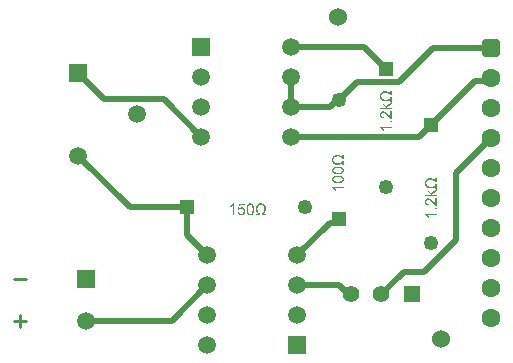
<source format=gbr>
%TF.GenerationSoftware,Altium Limited,Altium Designer,24.10.1 (45)*%
G04 Layer_Physical_Order=1*
G04 Layer_Color=255*
%FSLAX45Y45*%
%MOMM*%
%TF.SameCoordinates,ACBC47F4-F80E-47A8-B574-4F082A8C8B29*%
%TF.FilePolarity,Positive*%
%TF.FileFunction,Copper,L1,Top,Signal*%
%TF.Part,Single*%
G01*
G75*
%TA.AperFunction,Conductor*%
%ADD10C,0.50800*%
%TA.AperFunction,NonConductor*%
%ADD11C,0.25400*%
%TA.AperFunction,ViaPad*%
%ADD12C,1.52400*%
%TA.AperFunction,ComponentPad*%
%ADD13R,1.25000X1.25000*%
%ADD14C,1.25000*%
%ADD15R,1.25000X1.25000*%
%ADD16R,1.50800X1.50800*%
%ADD17C,1.50800*%
%ADD18R,1.40000X1.40000*%
%ADD19C,1.40000*%
%ADD20C,1.50000*%
%ADD21R,1.50000X1.50000*%
%ADD22C,1.60000*%
G04:AMPARAMS|DCode=23|XSize=1.6mm|YSize=1.6mm|CornerRadius=0.4mm|HoleSize=0mm|Usage=FLASHONLY|Rotation=270.000|XOffset=0mm|YOffset=0mm|HoleType=Round|Shape=RoundedRectangle|*
%AMROUNDEDRECTD23*
21,1,1.60000,0.80000,0,0,270.0*
21,1,0.80000,1.60000,0,0,270.0*
1,1,0.80000,-0.40000,-0.40000*
1,1,0.80000,-0.40000,0.40000*
1,1,0.80000,0.40000,0.40000*
1,1,0.80000,0.40000,-0.40000*
%
%ADD23ROUNDEDRECTD23*%
G36*
X3606800Y1595849D02*
X3596102D01*
X3595953Y1596146D01*
X3595507Y1596889D01*
X3594913Y1598078D01*
X3593873Y1599564D01*
X3592684Y1601347D01*
X3591049Y1603278D01*
X3589266Y1605359D01*
X3587038Y1607588D01*
X3584363Y1609816D01*
X3581540Y1611897D01*
X3578271Y1613828D01*
X3574556Y1615611D01*
X3570544Y1617097D01*
X3566235Y1618286D01*
X3561331Y1619029D01*
X3556131Y1619326D01*
X3555982D01*
X3555388D01*
X3554496D01*
X3553456Y1619178D01*
X3551970Y1619029D01*
X3550336Y1618880D01*
X3548553Y1618583D01*
X3546621Y1618286D01*
X3542312Y1617246D01*
X3540083Y1616652D01*
X3537854Y1615760D01*
X3535625Y1614720D01*
X3533397Y1613680D01*
X3531316Y1612342D01*
X3529236Y1610857D01*
X3529087Y1610708D01*
X3528790Y1610411D01*
X3528196Y1609965D01*
X3527602Y1609371D01*
X3526710Y1608479D01*
X3525818Y1607588D01*
X3524927Y1606399D01*
X3523887Y1605062D01*
X3522847Y1603576D01*
X3521955Y1601941D01*
X3520172Y1598226D01*
X3519578Y1596146D01*
X3518983Y1593917D01*
X3518686Y1591688D01*
X3518538Y1589162D01*
Y1587825D01*
X3518686Y1586934D01*
X3518835Y1585745D01*
X3519132Y1584408D01*
X3519429Y1582922D01*
X3519875Y1581287D01*
X3520469Y1579504D01*
X3521212Y1577721D01*
X3521955Y1575938D01*
X3522995Y1574155D01*
X3524333Y1572223D01*
X3525670Y1570440D01*
X3527304Y1568806D01*
X3529236Y1567171D01*
X3529385Y1567023D01*
X3529682Y1566874D01*
X3530276Y1566428D01*
X3531168Y1565834D01*
X3532208Y1565239D01*
X3533397Y1564645D01*
X3534882Y1563902D01*
X3536517Y1563159D01*
X3538300Y1562268D01*
X3540380Y1561525D01*
X3542461Y1560930D01*
X3544838Y1560336D01*
X3549890Y1559296D01*
X3552565Y1559147D01*
X3555388Y1558999D01*
X3555536D01*
X3555685D01*
X3556131D01*
X3556725D01*
X3558211Y1559147D01*
X3560143Y1559444D01*
X3562520Y1559742D01*
X3565343Y1560187D01*
X3568315Y1560930D01*
X3571436Y1561970D01*
X3574853Y1563159D01*
X3578271Y1564794D01*
X3581688Y1566577D01*
X3584957Y1568954D01*
X3588078Y1571629D01*
X3591049Y1574749D01*
X3593724Y1578315D01*
X3596102Y1582476D01*
X3606800D01*
Y1544585D01*
X3595359D01*
Y1565834D01*
X3595210Y1565685D01*
X3594616Y1564942D01*
X3593575Y1563902D01*
X3592387Y1562713D01*
X3590752Y1561079D01*
X3588821Y1559444D01*
X3586443Y1557661D01*
X3583917Y1555730D01*
X3581094Y1553798D01*
X3577825Y1552015D01*
X3574556Y1550380D01*
X3570841Y1548746D01*
X3566978Y1547557D01*
X3562817Y1546517D01*
X3558508Y1545923D01*
X3554051Y1545626D01*
X3553902D01*
X3553456D01*
X3552713D01*
X3551822Y1545774D01*
X3550633D01*
X3549296Y1545923D01*
X3547810Y1546071D01*
X3546175Y1546220D01*
X3542461Y1546963D01*
X3538449Y1547854D01*
X3534437Y1549043D01*
X3530425Y1550826D01*
X3530276D01*
X3529979Y1551123D01*
X3529385Y1551421D01*
X3528642Y1551866D01*
X3527750Y1552312D01*
X3526710Y1553055D01*
X3524333Y1554690D01*
X3521658Y1556918D01*
X3518983Y1559444D01*
X3516309Y1562416D01*
X3513783Y1565834D01*
X3513634Y1565982D01*
X3513485Y1566280D01*
X3513188Y1566874D01*
X3512743Y1567617D01*
X3512297Y1568508D01*
X3511851Y1569697D01*
X3511257Y1571034D01*
X3510662Y1572520D01*
X3510068Y1574155D01*
X3509474Y1575938D01*
X3508582Y1579950D01*
X3507839Y1584408D01*
X3507542Y1589311D01*
Y1590648D01*
X3507690Y1591540D01*
Y1592729D01*
X3507839Y1594066D01*
X3507988Y1595552D01*
X3508285Y1597186D01*
X3508879Y1600752D01*
X3509919Y1604616D01*
X3511257Y1608331D01*
X3513188Y1611897D01*
Y1612045D01*
X3513485Y1612342D01*
X3513783Y1612788D01*
X3514228Y1613383D01*
X3515566Y1615017D01*
X3517349Y1617097D01*
X3519578Y1619475D01*
X3522401Y1622001D01*
X3525670Y1624527D01*
X3529385Y1626756D01*
X3529533D01*
X3529830Y1627053D01*
X3530425Y1627350D01*
X3531168Y1627647D01*
X3532208Y1628093D01*
X3533397Y1628687D01*
X3534734Y1629133D01*
X3536368Y1629727D01*
X3538151Y1630322D01*
X3539935Y1630768D01*
X3544244Y1631808D01*
X3548850Y1632402D01*
X3554051Y1632699D01*
X3554348D01*
X3555091D01*
X3556428Y1632551D01*
X3558211Y1632402D01*
X3560291Y1632105D01*
X3562669Y1631659D01*
X3565492Y1631065D01*
X3568464Y1630173D01*
X3571584Y1629133D01*
X3574853Y1627796D01*
X3578271Y1626161D01*
X3581837Y1624230D01*
X3585254Y1621852D01*
X3588821Y1619178D01*
X3592090Y1616057D01*
X3595359Y1612491D01*
Y1633739D01*
X3606800D01*
Y1595849D01*
D02*
G37*
G36*
Y1522743D02*
X3570693Y1499265D01*
X3578716Y1490944D01*
X3606800D01*
Y1478909D01*
X3509176D01*
Y1490944D01*
X3564749D01*
X3536071Y1519325D01*
Y1534927D01*
X3562372Y1507884D01*
X3606800Y1537602D01*
Y1522743D01*
D02*
G37*
G36*
Y1398224D02*
X3606651D01*
X3606057D01*
X3605166D01*
X3604125Y1398373D01*
X3602937Y1398521D01*
X3601599Y1398670D01*
X3600113Y1399116D01*
X3598628Y1399562D01*
X3598479D01*
X3598330Y1399710D01*
X3597439Y1400007D01*
X3596250Y1400602D01*
X3594467Y1401493D01*
X3592535Y1402533D01*
X3590307Y1404019D01*
X3588078Y1405505D01*
X3585700Y1407437D01*
X3585552D01*
X3585403Y1407734D01*
X3584511Y1408477D01*
X3583174Y1409666D01*
X3581391Y1411449D01*
X3579311Y1413678D01*
X3576785Y1416352D01*
X3573962Y1419621D01*
X3570841Y1423187D01*
X3570693Y1423336D01*
X3570247Y1423930D01*
X3569653Y1424673D01*
X3568612Y1425713D01*
X3567572Y1427051D01*
X3566235Y1428537D01*
X3563412Y1431806D01*
X3559994Y1435372D01*
X3556577Y1438938D01*
X3554942Y1440721D01*
X3553308Y1442207D01*
X3551673Y1443544D01*
X3550187Y1444733D01*
X3550039D01*
X3549890Y1445030D01*
X3549444Y1445327D01*
X3548850Y1445624D01*
X3547364Y1446516D01*
X3545432Y1447556D01*
X3543203Y1448596D01*
X3540826Y1449488D01*
X3538151Y1450082D01*
X3535625Y1450379D01*
X3535477D01*
X3535328D01*
X3534437Y1450231D01*
X3533099Y1450082D01*
X3531465Y1449785D01*
X3529533Y1449042D01*
X3527602Y1448151D01*
X3525521Y1446962D01*
X3523590Y1445179D01*
X3523441Y1444882D01*
X3522847Y1444287D01*
X3522104Y1443098D01*
X3521064Y1441613D01*
X3520172Y1439681D01*
X3519429Y1437452D01*
X3518835Y1434777D01*
X3518686Y1431806D01*
Y1430914D01*
X3518835Y1430320D01*
X3518983Y1428834D01*
X3519280Y1426902D01*
X3520023Y1424673D01*
X3520915Y1422296D01*
X3522252Y1420067D01*
X3524035Y1417987D01*
X3524333Y1417838D01*
X3524927Y1417244D01*
X3526116Y1416352D01*
X3527750Y1415461D01*
X3529830Y1414421D01*
X3532208Y1413678D01*
X3535031Y1413083D01*
X3538300Y1412786D01*
X3536963Y1400453D01*
X3536814D01*
X3536368D01*
X3535625Y1400602D01*
X3534734Y1400750D01*
X3533545Y1401047D01*
X3532208Y1401196D01*
X3529236Y1402088D01*
X3525818Y1403276D01*
X3522401Y1404911D01*
X3518983Y1407140D01*
X3517497Y1408328D01*
X3516012Y1409814D01*
X3515863Y1409963D01*
X3515714Y1410260D01*
X3515269Y1410706D01*
X3514823Y1411300D01*
X3514377Y1412192D01*
X3513634Y1413232D01*
X3513040Y1414421D01*
X3512297Y1415758D01*
X3511702Y1417244D01*
X3510959Y1418878D01*
X3510365Y1420810D01*
X3509919Y1422742D01*
X3509028Y1427199D01*
X3508879Y1429577D01*
X3508731Y1432103D01*
Y1433440D01*
X3508879Y1434480D01*
X3509028Y1435669D01*
X3509176Y1437006D01*
X3509325Y1438492D01*
X3509771Y1440127D01*
X3510662Y1443693D01*
X3512000Y1447408D01*
X3512891Y1449339D01*
X3513931Y1451122D01*
X3515269Y1452757D01*
X3516606Y1454391D01*
X3516754Y1454540D01*
X3516903Y1454688D01*
X3517349Y1455134D01*
X3517943Y1455729D01*
X3518835Y1456323D01*
X3519726Y1457066D01*
X3521955Y1458552D01*
X3524778Y1460038D01*
X3528047Y1461375D01*
X3531762Y1462415D01*
X3533842Y1462564D01*
X3535923Y1462712D01*
X3536220D01*
X3536963D01*
X3538151Y1462564D01*
X3539637Y1462415D01*
X3541420Y1462118D01*
X3543352Y1461672D01*
X3545432Y1461078D01*
X3547513Y1460186D01*
X3547810Y1460038D01*
X3548553Y1459741D01*
X3549593Y1459146D01*
X3551079Y1458255D01*
X3552862Y1457215D01*
X3554942Y1455877D01*
X3557022Y1454094D01*
X3559400Y1452162D01*
X3559697Y1451865D01*
X3560589Y1451122D01*
X3561926Y1449785D01*
X3562817Y1448893D01*
X3563857Y1447853D01*
X3565046Y1446665D01*
X3566384Y1445179D01*
X3567721Y1443693D01*
X3569355Y1442058D01*
X3570990Y1440275D01*
X3572773Y1438195D01*
X3574556Y1436115D01*
X3576636Y1433737D01*
X3576785Y1433589D01*
X3577082Y1433292D01*
X3577528Y1432697D01*
X3578122Y1431954D01*
X3579608Y1430171D01*
X3581540Y1427942D01*
X3583620Y1425713D01*
X3585700Y1423336D01*
X3587483Y1421404D01*
X3588226Y1420661D01*
X3588969Y1419918D01*
X3589118Y1419770D01*
X3589564Y1419473D01*
X3590158Y1418878D01*
X3591049Y1418135D01*
X3592981Y1416501D01*
X3595359Y1414866D01*
Y1462861D01*
X3606800D01*
Y1398224D01*
D02*
G37*
G36*
Y1368655D02*
X3593130D01*
Y1382325D01*
X3606800D01*
Y1368655D01*
D02*
G37*
G36*
Y1319323D02*
X3530425D01*
X3530573Y1319174D01*
X3531168Y1318580D01*
X3531911Y1317540D01*
X3532951Y1316203D01*
X3534288Y1314568D01*
X3535625Y1312636D01*
X3537260Y1310408D01*
X3538746Y1307882D01*
Y1307733D01*
X3538894Y1307584D01*
X3539489Y1306693D01*
X3540232Y1305356D01*
X3541123Y1303721D01*
X3542163Y1301789D01*
X3543055Y1299709D01*
X3544095Y1297480D01*
X3544987Y1295400D01*
X3533248D01*
Y1295549D01*
X3533099Y1295846D01*
X3532802Y1296440D01*
X3532356Y1297034D01*
X3531911Y1297926D01*
X3531465Y1298966D01*
X3530128Y1301344D01*
X3528493Y1304018D01*
X3526561Y1306990D01*
X3524333Y1309962D01*
X3521955Y1312785D01*
X3521807Y1312934D01*
X3521658Y1313082D01*
X3520766Y1313974D01*
X3519429Y1315311D01*
X3517795Y1316946D01*
X3515714Y1318729D01*
X3513485Y1320512D01*
X3511108Y1322146D01*
X3508731Y1323484D01*
Y1331359D01*
X3606800D01*
Y1319323D01*
D02*
G37*
G36*
X2819400Y1794137D02*
X2808702D01*
X2808553Y1794434D01*
X2808107Y1795177D01*
X2807513Y1796365D01*
X2806473Y1797851D01*
X2805284Y1799634D01*
X2803649Y1801566D01*
X2801866Y1803646D01*
X2799638Y1805875D01*
X2796963Y1808104D01*
X2794140Y1810184D01*
X2790871Y1812116D01*
X2787156Y1813899D01*
X2783144Y1815385D01*
X2778835Y1816574D01*
X2773931Y1817317D01*
X2768731Y1817614D01*
X2768582D01*
X2767988D01*
X2767096D01*
X2766056Y1817465D01*
X2764570Y1817317D01*
X2762936Y1817168D01*
X2761153Y1816871D01*
X2759221Y1816574D01*
X2754912Y1815534D01*
X2752683Y1814939D01*
X2750454Y1814048D01*
X2748225Y1813008D01*
X2745997Y1811967D01*
X2743916Y1810630D01*
X2741836Y1809144D01*
X2741687Y1808996D01*
X2741390Y1808698D01*
X2740796Y1808253D01*
X2740202Y1807658D01*
X2739310Y1806767D01*
X2738418Y1805875D01*
X2737527Y1804687D01*
X2736487Y1803349D01*
X2735447Y1801863D01*
X2734555Y1800229D01*
X2732772Y1796514D01*
X2732178Y1794434D01*
X2731583Y1792205D01*
X2731286Y1789976D01*
X2731138Y1787450D01*
Y1786113D01*
X2731286Y1785221D01*
X2731435Y1784032D01*
X2731732Y1782695D01*
X2732029Y1781209D01*
X2732475Y1779575D01*
X2733069Y1777792D01*
X2733812Y1776009D01*
X2734555Y1774226D01*
X2735595Y1772442D01*
X2736933Y1770511D01*
X2738270Y1768728D01*
X2739904Y1767093D01*
X2741836Y1765459D01*
X2741985Y1765310D01*
X2742282Y1765162D01*
X2742876Y1764716D01*
X2743768Y1764121D01*
X2744808Y1763527D01*
X2745997Y1762933D01*
X2747482Y1762190D01*
X2749117Y1761447D01*
X2750900Y1760555D01*
X2752980Y1759812D01*
X2755061Y1759218D01*
X2757438Y1758624D01*
X2762490Y1757583D01*
X2765165Y1757435D01*
X2767988Y1757286D01*
X2768136D01*
X2768285D01*
X2768731D01*
X2769325D01*
X2770811Y1757435D01*
X2772743Y1757732D01*
X2775120Y1758029D01*
X2777943Y1758475D01*
X2780915Y1759218D01*
X2784036Y1760258D01*
X2787453Y1761447D01*
X2790871Y1763081D01*
X2794288Y1764864D01*
X2797557Y1767242D01*
X2800678Y1769916D01*
X2803649Y1773037D01*
X2806324Y1776603D01*
X2808702Y1780764D01*
X2819400D01*
Y1742873D01*
X2807959D01*
Y1764121D01*
X2807810Y1763973D01*
X2807216Y1763230D01*
X2806175Y1762190D01*
X2804987Y1761001D01*
X2803352Y1759367D01*
X2801421Y1757732D01*
X2799043Y1755949D01*
X2796517Y1754017D01*
X2793694Y1752086D01*
X2790425Y1750303D01*
X2787156Y1748668D01*
X2783441Y1747034D01*
X2779578Y1745845D01*
X2775417Y1744805D01*
X2771108Y1744210D01*
X2766651Y1743913D01*
X2766502D01*
X2766056D01*
X2765313D01*
X2764422Y1744062D01*
X2763233D01*
X2761896Y1744210D01*
X2760410Y1744359D01*
X2758775Y1744508D01*
X2755061Y1745251D01*
X2751049Y1746142D01*
X2747037Y1747331D01*
X2743025Y1749114D01*
X2742876D01*
X2742579Y1749411D01*
X2741985Y1749708D01*
X2741242Y1750154D01*
X2740350Y1750600D01*
X2739310Y1751343D01*
X2736933Y1752977D01*
X2734258Y1755206D01*
X2731583Y1757732D01*
X2728909Y1760704D01*
X2726383Y1764121D01*
X2726234Y1764270D01*
X2726085Y1764567D01*
X2725788Y1765162D01*
X2725343Y1765905D01*
X2724897Y1766796D01*
X2724451Y1767985D01*
X2723857Y1769322D01*
X2723262Y1770808D01*
X2722668Y1772442D01*
X2722074Y1774226D01*
X2721182Y1778237D01*
X2720439Y1782695D01*
X2720142Y1787599D01*
Y1788936D01*
X2720290Y1789828D01*
Y1791016D01*
X2720439Y1792354D01*
X2720588Y1793839D01*
X2720885Y1795474D01*
X2721479Y1799040D01*
X2722519Y1802903D01*
X2723857Y1806618D01*
X2725788Y1810184D01*
Y1810333D01*
X2726085Y1810630D01*
X2726383Y1811076D01*
X2726828Y1811670D01*
X2728166Y1813305D01*
X2729949Y1815385D01*
X2732178Y1817762D01*
X2735001Y1820288D01*
X2738270Y1822814D01*
X2741985Y1825043D01*
X2742133D01*
X2742430Y1825341D01*
X2743025Y1825638D01*
X2743768Y1825935D01*
X2744808Y1826381D01*
X2745997Y1826975D01*
X2747334Y1827421D01*
X2748968Y1828015D01*
X2750751Y1828609D01*
X2752535Y1829055D01*
X2756844Y1830095D01*
X2761450Y1830690D01*
X2766651Y1830987D01*
X2766948D01*
X2767691D01*
X2769028Y1830838D01*
X2770811Y1830690D01*
X2772891Y1830393D01*
X2775269Y1829947D01*
X2778092Y1829352D01*
X2781064Y1828461D01*
X2784184Y1827421D01*
X2787453Y1826083D01*
X2790871Y1824449D01*
X2794437Y1822517D01*
X2797854Y1820140D01*
X2801421Y1817465D01*
X2804690Y1814345D01*
X2807959Y1810779D01*
Y1832027D01*
X2819400D01*
Y1794137D01*
D02*
G37*
G36*
X2775566Y1729797D02*
X2777200D01*
X2779132Y1729649D01*
X2781212Y1729500D01*
X2785670Y1729054D01*
X2790276Y1728460D01*
X2794883Y1727568D01*
X2796963Y1726974D01*
X2799043Y1726380D01*
X2799192D01*
X2799489Y1726231D01*
X2800083Y1726082D01*
X2800826Y1725785D01*
X2801718Y1725339D01*
X2802609Y1724894D01*
X2804987Y1723705D01*
X2807661Y1722219D01*
X2810336Y1720436D01*
X2813011Y1718356D01*
X2815388Y1715830D01*
Y1715681D01*
X2815685Y1715533D01*
X2815834Y1715087D01*
X2816280Y1714641D01*
X2817171Y1713006D01*
X2818211Y1711075D01*
X2819251Y1708400D01*
X2820143Y1705428D01*
X2820737Y1702011D01*
X2821034Y1698147D01*
Y1696810D01*
X2820886Y1695770D01*
X2820737Y1694581D01*
X2820440Y1693244D01*
X2820143Y1691758D01*
X2819846Y1690124D01*
X2818657Y1686557D01*
X2817766Y1684626D01*
X2816874Y1682843D01*
X2815685Y1680911D01*
X2814348Y1679128D01*
X2812862Y1677493D01*
X2811079Y1675859D01*
X2810930Y1675710D01*
X2810485Y1675413D01*
X2809742Y1674967D01*
X2808702Y1674373D01*
X2807364Y1673630D01*
X2805730Y1672887D01*
X2803798Y1671996D01*
X2801421Y1671104D01*
X2798895Y1670213D01*
X2795923Y1669321D01*
X2792654Y1668578D01*
X2789088Y1667835D01*
X2785076Y1667241D01*
X2780915Y1666795D01*
X2776160Y1666498D01*
X2771257Y1666349D01*
X2771108D01*
X2770514D01*
X2769622D01*
X2768434D01*
X2766948Y1666498D01*
X2765313D01*
X2763382Y1666646D01*
X2761301Y1666795D01*
X2756844Y1667241D01*
X2752237Y1667835D01*
X2747631Y1668578D01*
X2745551Y1669172D01*
X2743471Y1669767D01*
X2743322D01*
X2743025Y1669915D01*
X2742430Y1670213D01*
X2741687Y1670510D01*
X2740796Y1670807D01*
X2739756Y1671253D01*
X2737378Y1672441D01*
X2734704Y1673927D01*
X2732029Y1675710D01*
X2729503Y1677791D01*
X2727126Y1680317D01*
Y1680465D01*
X2726828Y1680614D01*
X2726531Y1681060D01*
X2726234Y1681654D01*
X2725343Y1683140D01*
X2724154Y1685220D01*
X2723114Y1687746D01*
X2722222Y1690867D01*
X2721628Y1694284D01*
X2721331Y1698147D01*
Y1699485D01*
X2721479Y1700971D01*
X2721776Y1702754D01*
X2722074Y1704834D01*
X2722668Y1707211D01*
X2723559Y1709589D01*
X2724600Y1711818D01*
X2724748Y1712115D01*
X2725194Y1712858D01*
X2725937Y1713898D01*
X2726828Y1715384D01*
X2728166Y1716870D01*
X2729800Y1718504D01*
X2731583Y1720139D01*
X2733664Y1721625D01*
X2733961Y1721773D01*
X2734704Y1722219D01*
X2736041Y1722962D01*
X2737675Y1723854D01*
X2739756Y1724745D01*
X2742282Y1725785D01*
X2745105Y1726825D01*
X2748225Y1727717D01*
X2748374D01*
X2748671Y1727865D01*
X2749117D01*
X2749860Y1728014D01*
X2750603Y1728311D01*
X2751643Y1728460D01*
X2752980Y1728608D01*
X2754318Y1728906D01*
X2755952Y1729054D01*
X2757587Y1729203D01*
X2759518Y1729500D01*
X2761598Y1729649D01*
X2763827Y1729797D01*
X2766056D01*
X2771257Y1729946D01*
X2771405D01*
X2772000D01*
X2772891D01*
X2774080D01*
X2775566Y1729797D01*
D02*
G37*
G36*
Y1654016D02*
X2777200D01*
X2779132Y1653868D01*
X2781212Y1653719D01*
X2785670Y1653273D01*
X2790276Y1652679D01*
X2794883Y1651787D01*
X2796963Y1651193D01*
X2799043Y1650599D01*
X2799192D01*
X2799489Y1650450D01*
X2800083Y1650301D01*
X2800826Y1650004D01*
X2801718Y1649559D01*
X2802609Y1649113D01*
X2804987Y1647924D01*
X2807661Y1646438D01*
X2810336Y1644655D01*
X2813011Y1642575D01*
X2815388Y1640049D01*
Y1639900D01*
X2815685Y1639752D01*
X2815834Y1639306D01*
X2816280Y1638860D01*
X2817171Y1637226D01*
X2818211Y1635294D01*
X2819251Y1632619D01*
X2820143Y1629647D01*
X2820737Y1626230D01*
X2821034Y1622367D01*
Y1621029D01*
X2820886Y1619989D01*
X2820737Y1618800D01*
X2820440Y1617463D01*
X2820143Y1615977D01*
X2819846Y1614343D01*
X2818657Y1610777D01*
X2817766Y1608845D01*
X2816874Y1607062D01*
X2815685Y1605130D01*
X2814348Y1603347D01*
X2812862Y1601713D01*
X2811079Y1600078D01*
X2810930Y1599929D01*
X2810485Y1599632D01*
X2809742Y1599187D01*
X2808702Y1598592D01*
X2807364Y1597849D01*
X2805730Y1597106D01*
X2803798Y1596215D01*
X2801421Y1595323D01*
X2798895Y1594432D01*
X2795923Y1593540D01*
X2792654Y1592797D01*
X2789088Y1592054D01*
X2785076Y1591460D01*
X2780915Y1591014D01*
X2776160Y1590717D01*
X2771257Y1590568D01*
X2771108D01*
X2770514D01*
X2769622D01*
X2768434D01*
X2766948Y1590717D01*
X2765313D01*
X2763382Y1590865D01*
X2761301Y1591014D01*
X2756844Y1591460D01*
X2752237Y1592054D01*
X2747631Y1592797D01*
X2745551Y1593392D01*
X2743471Y1593986D01*
X2743322D01*
X2743025Y1594134D01*
X2742430Y1594432D01*
X2741687Y1594729D01*
X2740796Y1595026D01*
X2739756Y1595472D01*
X2737378Y1596661D01*
X2734704Y1598146D01*
X2732029Y1599929D01*
X2729503Y1602010D01*
X2727126Y1604536D01*
Y1604684D01*
X2726828Y1604833D01*
X2726531Y1605279D01*
X2726234Y1605873D01*
X2725343Y1607359D01*
X2724154Y1609439D01*
X2723114Y1611965D01*
X2722222Y1615086D01*
X2721628Y1618503D01*
X2721331Y1622367D01*
Y1623704D01*
X2721479Y1625190D01*
X2721776Y1626973D01*
X2722074Y1629053D01*
X2722668Y1631431D01*
X2723559Y1633808D01*
X2724600Y1636037D01*
X2724748Y1636334D01*
X2725194Y1637077D01*
X2725937Y1638117D01*
X2726828Y1639603D01*
X2728166Y1641089D01*
X2729800Y1642723D01*
X2731583Y1644358D01*
X2733664Y1645844D01*
X2733961Y1645992D01*
X2734704Y1646438D01*
X2736041Y1647181D01*
X2737675Y1648073D01*
X2739756Y1648964D01*
X2742282Y1650004D01*
X2745105Y1651044D01*
X2748225Y1651936D01*
X2748374D01*
X2748671Y1652085D01*
X2749117D01*
X2749860Y1652233D01*
X2750603Y1652530D01*
X2751643Y1652679D01*
X2752980Y1652828D01*
X2754318Y1653125D01*
X2755952Y1653273D01*
X2757587Y1653422D01*
X2759518Y1653719D01*
X2761598Y1653868D01*
X2763827Y1654016D01*
X2766056D01*
X2771257Y1654165D01*
X2771405D01*
X2772000D01*
X2772891D01*
X2774080D01*
X2775566Y1654016D01*
D02*
G37*
G36*
X2819400Y1547923D02*
X2743025D01*
X2743173Y1547774D01*
X2743768Y1547180D01*
X2744511Y1546140D01*
X2745551Y1544803D01*
X2746888Y1543168D01*
X2748225Y1541236D01*
X2749860Y1539008D01*
X2751346Y1536482D01*
Y1536333D01*
X2751494Y1536184D01*
X2752089Y1535293D01*
X2752832Y1533956D01*
X2753723Y1532321D01*
X2754763Y1530389D01*
X2755655Y1528309D01*
X2756695Y1526080D01*
X2757587Y1524000D01*
X2745848D01*
Y1524149D01*
X2745699Y1524446D01*
X2745402Y1525040D01*
X2744956Y1525634D01*
X2744511Y1526526D01*
X2744065Y1527566D01*
X2742728Y1529944D01*
X2741093Y1532618D01*
X2739161Y1535590D01*
X2736933Y1538562D01*
X2734555Y1541385D01*
X2734407Y1541534D01*
X2734258Y1541682D01*
X2733366Y1542574D01*
X2732029Y1543911D01*
X2730395Y1545546D01*
X2728314Y1547329D01*
X2726085Y1549112D01*
X2723708Y1550746D01*
X2721331Y1552084D01*
Y1559959D01*
X2819400D01*
Y1547923D01*
D02*
G37*
G36*
X3225800Y2332449D02*
X3215102D01*
X3214953Y2332746D01*
X3214507Y2333489D01*
X3213913Y2334678D01*
X3212873Y2336164D01*
X3211684Y2337947D01*
X3210049Y2339878D01*
X3208266Y2341959D01*
X3206038Y2344188D01*
X3203363Y2346416D01*
X3200540Y2348497D01*
X3197271Y2350428D01*
X3193556Y2352211D01*
X3189544Y2353697D01*
X3185235Y2354886D01*
X3180331Y2355629D01*
X3175131Y2355926D01*
X3174982D01*
X3174388D01*
X3173496D01*
X3172456Y2355778D01*
X3170970Y2355629D01*
X3169336Y2355480D01*
X3167553Y2355183D01*
X3165621Y2354886D01*
X3161312Y2353846D01*
X3159083Y2353252D01*
X3156854Y2352360D01*
X3154625Y2351320D01*
X3152397Y2350280D01*
X3150316Y2348942D01*
X3148236Y2347457D01*
X3148087Y2347308D01*
X3147790Y2347011D01*
X3147196Y2346565D01*
X3146602Y2345971D01*
X3145710Y2345079D01*
X3144818Y2344188D01*
X3143927Y2342999D01*
X3142887Y2341662D01*
X3141847Y2340176D01*
X3140955Y2338541D01*
X3139172Y2334826D01*
X3138578Y2332746D01*
X3137983Y2330517D01*
X3137686Y2328288D01*
X3137538Y2325762D01*
Y2324425D01*
X3137686Y2323534D01*
X3137835Y2322345D01*
X3138132Y2321008D01*
X3138429Y2319522D01*
X3138875Y2317887D01*
X3139469Y2316104D01*
X3140212Y2314321D01*
X3140955Y2312538D01*
X3141995Y2310755D01*
X3143333Y2308823D01*
X3144670Y2307040D01*
X3146304Y2305406D01*
X3148236Y2303771D01*
X3148385Y2303623D01*
X3148682Y2303474D01*
X3149276Y2303028D01*
X3150168Y2302434D01*
X3151208Y2301839D01*
X3152397Y2301245D01*
X3153882Y2300502D01*
X3155517Y2299759D01*
X3157300Y2298868D01*
X3159380Y2298125D01*
X3161461Y2297530D01*
X3163838Y2296936D01*
X3168890Y2295896D01*
X3171565Y2295747D01*
X3174388Y2295599D01*
X3174536D01*
X3174685D01*
X3175131D01*
X3175725D01*
X3177211Y2295747D01*
X3179143Y2296044D01*
X3181520Y2296342D01*
X3184343Y2296787D01*
X3187315Y2297530D01*
X3190436Y2298570D01*
X3193853Y2299759D01*
X3197271Y2301394D01*
X3200688Y2303177D01*
X3203957Y2305554D01*
X3207078Y2308229D01*
X3210049Y2311349D01*
X3212724Y2314915D01*
X3215102Y2319076D01*
X3225800D01*
Y2281185D01*
X3214359D01*
Y2302434D01*
X3214210Y2302285D01*
X3213616Y2301542D01*
X3212575Y2300502D01*
X3211387Y2299313D01*
X3209752Y2297679D01*
X3207821Y2296044D01*
X3205443Y2294261D01*
X3202917Y2292330D01*
X3200094Y2290398D01*
X3196825Y2288615D01*
X3193556Y2286980D01*
X3189841Y2285346D01*
X3185978Y2284157D01*
X3181817Y2283117D01*
X3177508Y2282523D01*
X3173051Y2282226D01*
X3172902D01*
X3172456D01*
X3171713D01*
X3170822Y2282374D01*
X3169633D01*
X3168296Y2282523D01*
X3166810Y2282671D01*
X3165175Y2282820D01*
X3161461Y2283563D01*
X3157449Y2284454D01*
X3153437Y2285643D01*
X3149425Y2287426D01*
X3149276D01*
X3148979Y2287723D01*
X3148385Y2288021D01*
X3147642Y2288466D01*
X3146750Y2288912D01*
X3145710Y2289655D01*
X3143333Y2291290D01*
X3140658Y2293518D01*
X3137983Y2296044D01*
X3135309Y2299016D01*
X3132783Y2302434D01*
X3132634Y2302582D01*
X3132485Y2302880D01*
X3132188Y2303474D01*
X3131743Y2304217D01*
X3131297Y2305108D01*
X3130851Y2306297D01*
X3130257Y2307634D01*
X3129662Y2309120D01*
X3129068Y2310755D01*
X3128474Y2312538D01*
X3127582Y2316550D01*
X3126839Y2321008D01*
X3126542Y2325911D01*
Y2327248D01*
X3126690Y2328140D01*
Y2329329D01*
X3126839Y2330666D01*
X3126988Y2332152D01*
X3127285Y2333786D01*
X3127879Y2337352D01*
X3128919Y2341216D01*
X3130257Y2344931D01*
X3132188Y2348497D01*
Y2348645D01*
X3132485Y2348942D01*
X3132783Y2349388D01*
X3133228Y2349983D01*
X3134566Y2351617D01*
X3136349Y2353697D01*
X3138578Y2356075D01*
X3141401Y2358601D01*
X3144670Y2361127D01*
X3148385Y2363356D01*
X3148533D01*
X3148830Y2363653D01*
X3149425Y2363950D01*
X3150168Y2364247D01*
X3151208Y2364693D01*
X3152397Y2365287D01*
X3153734Y2365733D01*
X3155368Y2366327D01*
X3157151Y2366922D01*
X3158935Y2367368D01*
X3163244Y2368408D01*
X3167850Y2369002D01*
X3173051Y2369299D01*
X3173348D01*
X3174091D01*
X3175428Y2369151D01*
X3177211Y2369002D01*
X3179291Y2368705D01*
X3181669Y2368259D01*
X3184492Y2367665D01*
X3187464Y2366773D01*
X3190584Y2365733D01*
X3193853Y2364396D01*
X3197271Y2362761D01*
X3200837Y2360830D01*
X3204254Y2358452D01*
X3207821Y2355778D01*
X3211090Y2352657D01*
X3214359Y2349091D01*
Y2370339D01*
X3225800D01*
Y2332449D01*
D02*
G37*
G36*
Y2259343D02*
X3189693Y2235865D01*
X3197716Y2227544D01*
X3225800D01*
Y2215509D01*
X3128176D01*
Y2227544D01*
X3183749D01*
X3155071Y2255925D01*
Y2271527D01*
X3181372Y2244484D01*
X3225800Y2274202D01*
Y2259343D01*
D02*
G37*
G36*
Y2134824D02*
X3225651D01*
X3225057D01*
X3224166D01*
X3223125Y2134973D01*
X3221937Y2135121D01*
X3220599Y2135270D01*
X3219113Y2135716D01*
X3217628Y2136162D01*
X3217479D01*
X3217330Y2136310D01*
X3216439Y2136607D01*
X3215250Y2137202D01*
X3213467Y2138093D01*
X3211535Y2139133D01*
X3209307Y2140619D01*
X3207078Y2142105D01*
X3204700Y2144037D01*
X3204552D01*
X3204403Y2144334D01*
X3203511Y2145077D01*
X3202174Y2146266D01*
X3200391Y2148049D01*
X3198311Y2150278D01*
X3195785Y2152952D01*
X3192962Y2156221D01*
X3189841Y2159787D01*
X3189693Y2159936D01*
X3189247Y2160530D01*
X3188652Y2161273D01*
X3187612Y2162313D01*
X3186572Y2163651D01*
X3185235Y2165137D01*
X3182412Y2168406D01*
X3178994Y2171972D01*
X3175577Y2175538D01*
X3173942Y2177321D01*
X3172308Y2178807D01*
X3170673Y2180144D01*
X3169187Y2181333D01*
X3169039D01*
X3168890Y2181630D01*
X3168444Y2181927D01*
X3167850Y2182224D01*
X3166364Y2183116D01*
X3164432Y2184156D01*
X3162203Y2185196D01*
X3159826Y2186088D01*
X3157151Y2186682D01*
X3154625Y2186979D01*
X3154477D01*
X3154328D01*
X3153437Y2186831D01*
X3152099Y2186682D01*
X3150465Y2186385D01*
X3148533Y2185642D01*
X3146602Y2184751D01*
X3144521Y2183562D01*
X3142590Y2181779D01*
X3142441Y2181482D01*
X3141847Y2180887D01*
X3141104Y2179698D01*
X3140064Y2178213D01*
X3139172Y2176281D01*
X3138429Y2174052D01*
X3137835Y2171377D01*
X3137686Y2168406D01*
Y2167514D01*
X3137835Y2166920D01*
X3137983Y2165434D01*
X3138280Y2163502D01*
X3139023Y2161273D01*
X3139915Y2158896D01*
X3141252Y2156667D01*
X3143035Y2154587D01*
X3143333Y2154438D01*
X3143927Y2153844D01*
X3145116Y2152952D01*
X3146750Y2152061D01*
X3148830Y2151021D01*
X3151208Y2150278D01*
X3154031Y2149683D01*
X3157300Y2149386D01*
X3155963Y2137053D01*
X3155814D01*
X3155368D01*
X3154625Y2137202D01*
X3153734Y2137350D01*
X3152545Y2137647D01*
X3151208Y2137796D01*
X3148236Y2138688D01*
X3144818Y2139876D01*
X3141401Y2141511D01*
X3137983Y2143740D01*
X3136497Y2144928D01*
X3135012Y2146414D01*
X3134863Y2146563D01*
X3134714Y2146860D01*
X3134269Y2147306D01*
X3133823Y2147900D01*
X3133377Y2148792D01*
X3132634Y2149832D01*
X3132040Y2151021D01*
X3131297Y2152358D01*
X3130702Y2153844D01*
X3129959Y2155478D01*
X3129365Y2157410D01*
X3128919Y2159342D01*
X3128028Y2163799D01*
X3127879Y2166177D01*
X3127731Y2168703D01*
Y2170040D01*
X3127879Y2171080D01*
X3128028Y2172269D01*
X3128176Y2173606D01*
X3128325Y2175092D01*
X3128771Y2176727D01*
X3129662Y2180293D01*
X3131000Y2184008D01*
X3131891Y2185939D01*
X3132931Y2187722D01*
X3134269Y2189357D01*
X3135606Y2190991D01*
X3135754Y2191140D01*
X3135903Y2191288D01*
X3136349Y2191734D01*
X3136943Y2192329D01*
X3137835Y2192923D01*
X3138726Y2193666D01*
X3140955Y2195152D01*
X3143778Y2196638D01*
X3147047Y2197975D01*
X3150762Y2199015D01*
X3152842Y2199164D01*
X3154923Y2199312D01*
X3155220D01*
X3155963D01*
X3157151Y2199164D01*
X3158637Y2199015D01*
X3160420Y2198718D01*
X3162352Y2198272D01*
X3164432Y2197678D01*
X3166513Y2196786D01*
X3166810Y2196638D01*
X3167553Y2196341D01*
X3168593Y2195746D01*
X3170079Y2194855D01*
X3171862Y2193815D01*
X3173942Y2192477D01*
X3176022Y2190694D01*
X3178400Y2188762D01*
X3178697Y2188465D01*
X3179589Y2187722D01*
X3180926Y2186385D01*
X3181817Y2185493D01*
X3182857Y2184453D01*
X3184046Y2183265D01*
X3185384Y2181779D01*
X3186721Y2180293D01*
X3188355Y2178658D01*
X3189990Y2176875D01*
X3191773Y2174795D01*
X3193556Y2172715D01*
X3195636Y2170337D01*
X3195785Y2170189D01*
X3196082Y2169892D01*
X3196528Y2169297D01*
X3197122Y2168554D01*
X3198608Y2166771D01*
X3200540Y2164542D01*
X3202620Y2162313D01*
X3204700Y2159936D01*
X3206483Y2158004D01*
X3207226Y2157261D01*
X3207969Y2156518D01*
X3208118Y2156370D01*
X3208564Y2156073D01*
X3209158Y2155478D01*
X3210049Y2154735D01*
X3211981Y2153101D01*
X3214359Y2151466D01*
Y2199461D01*
X3225800D01*
Y2134824D01*
D02*
G37*
G36*
Y2105255D02*
X3212130D01*
Y2118925D01*
X3225800D01*
Y2105255D01*
D02*
G37*
G36*
Y2055923D02*
X3149425D01*
X3149573Y2055774D01*
X3150168Y2055180D01*
X3150911Y2054140D01*
X3151951Y2052803D01*
X3153288Y2051168D01*
X3154625Y2049236D01*
X3156260Y2047008D01*
X3157746Y2044482D01*
Y2044333D01*
X3157894Y2044184D01*
X3158489Y2043293D01*
X3159232Y2041956D01*
X3160123Y2040321D01*
X3161163Y2038389D01*
X3162055Y2036309D01*
X3163095Y2034080D01*
X3163987Y2032000D01*
X3152248D01*
Y2032149D01*
X3152099Y2032446D01*
X3151802Y2033040D01*
X3151356Y2033634D01*
X3150911Y2034526D01*
X3150465Y2035566D01*
X3149128Y2037944D01*
X3147493Y2040618D01*
X3145561Y2043590D01*
X3143333Y2046562D01*
X3140955Y2049385D01*
X3140807Y2049534D01*
X3140658Y2049682D01*
X3139766Y2050574D01*
X3138429Y2051911D01*
X3136795Y2053546D01*
X3134714Y2055329D01*
X3132485Y2057112D01*
X3130108Y2058746D01*
X3127731Y2060084D01*
Y2067959D01*
X3225800D01*
Y2055923D01*
D02*
G37*
G36*
X1980799Y1405496D02*
X1941868D01*
X1936519Y1379196D01*
X1936667Y1379344D01*
X1936965Y1379493D01*
X1937410Y1379790D01*
X1938005Y1380236D01*
X1938896Y1380682D01*
X1939788Y1381128D01*
X1942165Y1382316D01*
X1944840Y1383505D01*
X1947960Y1384397D01*
X1951378Y1385139D01*
X1954944Y1385437D01*
X1956133D01*
X1957024Y1385288D01*
X1958213Y1385139D01*
X1959402Y1384991D01*
X1960888Y1384694D01*
X1962374Y1384397D01*
X1965791Y1383208D01*
X1967574Y1382613D01*
X1969357Y1381722D01*
X1971289Y1380682D01*
X1973072Y1379493D01*
X1974855Y1378156D01*
X1976490Y1376521D01*
X1976638Y1376373D01*
X1976935Y1376075D01*
X1977381Y1375630D01*
X1977827Y1374887D01*
X1978570Y1373995D01*
X1979313Y1372955D01*
X1980056Y1371766D01*
X1980947Y1370429D01*
X1981839Y1368795D01*
X1982582Y1367160D01*
X1983325Y1365228D01*
X1984068Y1363297D01*
X1984513Y1361068D01*
X1984959Y1358839D01*
X1985256Y1356313D01*
X1985405Y1353787D01*
Y1353638D01*
Y1353193D01*
Y1352450D01*
X1985256Y1351558D01*
X1985108Y1350369D01*
X1984959Y1349032D01*
X1984811Y1347546D01*
X1984513Y1345912D01*
X1983473Y1342346D01*
X1982136Y1338631D01*
X1981244Y1336551D01*
X1980204Y1334619D01*
X1979016Y1332687D01*
X1977678Y1330904D01*
X1977530Y1330756D01*
X1977233Y1330458D01*
X1976638Y1329864D01*
X1975895Y1329121D01*
X1975004Y1328229D01*
X1973815Y1327189D01*
X1972478Y1326149D01*
X1970843Y1325109D01*
X1969209Y1323920D01*
X1967277Y1322880D01*
X1965048Y1321840D01*
X1962819Y1320949D01*
X1960293Y1320206D01*
X1957767Y1319611D01*
X1954944Y1319314D01*
X1951972Y1319166D01*
X1950635D01*
X1949743Y1319314D01*
X1948703Y1319463D01*
X1947366Y1319611D01*
X1945880Y1319760D01*
X1944246Y1320057D01*
X1940828Y1320949D01*
X1937262Y1322286D01*
X1935479Y1323177D01*
X1933696Y1324218D01*
X1931913Y1325258D01*
X1930278Y1326595D01*
X1930129Y1326744D01*
X1929981Y1326892D01*
X1929535Y1327338D01*
X1928941Y1327932D01*
X1928346Y1328675D01*
X1927603Y1329567D01*
X1926861Y1330607D01*
X1925969Y1331796D01*
X1924334Y1334619D01*
X1922700Y1338036D01*
X1921511Y1341900D01*
X1921065Y1344129D01*
X1920768Y1346357D01*
X1933398Y1347249D01*
Y1347100D01*
Y1346803D01*
X1933547Y1346357D01*
X1933696Y1345763D01*
X1934141Y1344129D01*
X1934736Y1342048D01*
X1935479Y1339820D01*
X1936667Y1337591D01*
X1938005Y1335362D01*
X1939788Y1333430D01*
X1940085Y1333282D01*
X1940679Y1332687D01*
X1941720Y1332093D01*
X1943205Y1331201D01*
X1944988Y1330458D01*
X1947069Y1329715D01*
X1949446Y1329121D01*
X1951972Y1328972D01*
X1952864D01*
X1953458Y1329121D01*
X1955093Y1329270D01*
X1957173Y1329715D01*
X1959402Y1330607D01*
X1961928Y1331647D01*
X1964305Y1333282D01*
X1965494Y1334173D01*
X1966683Y1335362D01*
Y1335510D01*
X1966980Y1335659D01*
X1967574Y1336551D01*
X1968614Y1338036D01*
X1969654Y1339968D01*
X1970695Y1342494D01*
X1971735Y1345466D01*
X1972329Y1348884D01*
X1972626Y1352747D01*
Y1352895D01*
Y1353193D01*
Y1353787D01*
X1972478Y1354381D01*
Y1355273D01*
X1972329Y1356313D01*
X1971883Y1358690D01*
X1971289Y1361216D01*
X1970249Y1363891D01*
X1968763Y1366566D01*
X1966831Y1368943D01*
X1966534Y1369240D01*
X1965791Y1369835D01*
X1964602Y1370875D01*
X1962819Y1371915D01*
X1960739Y1372955D01*
X1958064Y1373995D01*
X1955093Y1374590D01*
X1951824Y1374887D01*
X1950784D01*
X1949743Y1374738D01*
X1948257Y1374590D01*
X1946623Y1374144D01*
X1944840Y1373698D01*
X1943057Y1372955D01*
X1941274Y1372064D01*
X1941125Y1371915D01*
X1940531Y1371618D01*
X1939639Y1371023D01*
X1938599Y1370280D01*
X1937559Y1369240D01*
X1936370Y1368052D01*
X1935182Y1366714D01*
X1934141Y1365228D01*
X1922849Y1366863D01*
X1932358Y1416938D01*
X1980799D01*
Y1405496D01*
D02*
G37*
G36*
X2120028Y1419910D02*
X2121216D01*
X2122554Y1419761D01*
X2124039Y1419612D01*
X2125674Y1419315D01*
X2129240Y1418721D01*
X2133103Y1417681D01*
X2136818Y1416343D01*
X2140384Y1414412D01*
X2140533D01*
X2140830Y1414115D01*
X2141276Y1413817D01*
X2141870Y1413372D01*
X2143505Y1412034D01*
X2145585Y1410251D01*
X2147962Y1408022D01*
X2150488Y1405199D01*
X2153014Y1401930D01*
X2155243Y1398215D01*
Y1398067D01*
X2155541Y1397770D01*
X2155838Y1397175D01*
X2156135Y1396432D01*
X2156581Y1395392D01*
X2157175Y1394203D01*
X2157621Y1392866D01*
X2158215Y1391232D01*
X2158809Y1389449D01*
X2159255Y1387665D01*
X2160295Y1383356D01*
X2160890Y1378750D01*
X2161187Y1373549D01*
Y1373252D01*
Y1372509D01*
X2161038Y1371172D01*
X2160890Y1369389D01*
X2160593Y1367309D01*
X2160147Y1364931D01*
X2159552Y1362108D01*
X2158661Y1359136D01*
X2157621Y1356016D01*
X2156283Y1352747D01*
X2154649Y1349329D01*
X2152717Y1345763D01*
X2150340Y1342346D01*
X2147665Y1338779D01*
X2144545Y1335510D01*
X2140979Y1332241D01*
X2162227D01*
Y1320800D01*
X2124337D01*
Y1331498D01*
X2124634Y1331647D01*
X2125377Y1332093D01*
X2126565Y1332687D01*
X2128051Y1333727D01*
X2129834Y1334916D01*
X2131766Y1336551D01*
X2133846Y1338334D01*
X2136075Y1340562D01*
X2138304Y1343237D01*
X2140384Y1346060D01*
X2142316Y1349329D01*
X2144099Y1353044D01*
X2145585Y1357056D01*
X2146774Y1361365D01*
X2147517Y1366269D01*
X2147814Y1371469D01*
Y1371618D01*
Y1372212D01*
Y1373104D01*
X2147665Y1374144D01*
X2147517Y1375630D01*
X2147368Y1377264D01*
X2147071Y1379047D01*
X2146774Y1380979D01*
X2145734Y1385288D01*
X2145139Y1387517D01*
X2144248Y1389746D01*
X2143208Y1391975D01*
X2142167Y1394203D01*
X2140830Y1396284D01*
X2139344Y1398364D01*
X2139196Y1398513D01*
X2138898Y1398810D01*
X2138453Y1399404D01*
X2137858Y1399998D01*
X2136967Y1400890D01*
X2136075Y1401782D01*
X2134887Y1402673D01*
X2133549Y1403713D01*
X2132063Y1404753D01*
X2130429Y1405645D01*
X2126714Y1407428D01*
X2124634Y1408022D01*
X2122405Y1408617D01*
X2120176Y1408914D01*
X2117650Y1409062D01*
X2116313D01*
X2115421Y1408914D01*
X2114232Y1408765D01*
X2112895Y1408468D01*
X2111409Y1408171D01*
X2109775Y1407725D01*
X2107992Y1407131D01*
X2106209Y1406388D01*
X2104426Y1405645D01*
X2102642Y1404605D01*
X2100711Y1403267D01*
X2098928Y1401930D01*
X2097293Y1400296D01*
X2095659Y1398364D01*
X2095510Y1398215D01*
X2095362Y1397918D01*
X2094916Y1397324D01*
X2094321Y1396432D01*
X2093727Y1395392D01*
X2093133Y1394203D01*
X2092390Y1392718D01*
X2091647Y1391083D01*
X2090755Y1389300D01*
X2090012Y1387220D01*
X2089418Y1385139D01*
X2088824Y1382762D01*
X2087783Y1377710D01*
X2087635Y1375035D01*
X2087486Y1372212D01*
Y1372064D01*
Y1371915D01*
Y1371469D01*
Y1370875D01*
X2087635Y1369389D01*
X2087932Y1367457D01*
X2088229Y1365080D01*
X2088675Y1362257D01*
X2089418Y1359285D01*
X2090458Y1356164D01*
X2091647Y1352747D01*
X2093281Y1349329D01*
X2095064Y1345912D01*
X2097442Y1342643D01*
X2100116Y1339522D01*
X2103237Y1336551D01*
X2106803Y1333876D01*
X2110964Y1331498D01*
Y1320800D01*
X2073073D01*
Y1332241D01*
X2094321D01*
X2094173Y1332390D01*
X2093430Y1332984D01*
X2092390Y1334025D01*
X2091201Y1335213D01*
X2089567Y1336848D01*
X2087932Y1338779D01*
X2086149Y1341157D01*
X2084217Y1343683D01*
X2082286Y1346506D01*
X2080503Y1349775D01*
X2078868Y1353044D01*
X2077234Y1356759D01*
X2076045Y1360622D01*
X2075005Y1364783D01*
X2074410Y1369092D01*
X2074113Y1373549D01*
Y1373698D01*
Y1374144D01*
Y1374887D01*
X2074262Y1375778D01*
Y1376967D01*
X2074410Y1378304D01*
X2074559Y1379790D01*
X2074708Y1381425D01*
X2075451Y1385139D01*
X2076342Y1389151D01*
X2077531Y1393163D01*
X2079314Y1397175D01*
Y1397324D01*
X2079611Y1397621D01*
X2079908Y1398215D01*
X2080354Y1398958D01*
X2080800Y1399850D01*
X2081543Y1400890D01*
X2083177Y1403267D01*
X2085406Y1405942D01*
X2087932Y1408617D01*
X2090904Y1411291D01*
X2094321Y1413817D01*
X2094470Y1413966D01*
X2094767Y1414115D01*
X2095362Y1414412D01*
X2096105Y1414857D01*
X2096996Y1415303D01*
X2098185Y1415749D01*
X2099522Y1416343D01*
X2101008Y1416938D01*
X2102642Y1417532D01*
X2104426Y1418126D01*
X2108437Y1419018D01*
X2112895Y1419761D01*
X2117799Y1420058D01*
X2119136D01*
X2120028Y1419910D01*
D02*
G37*
G36*
X1890159Y1320800D02*
X1878123D01*
Y1397175D01*
X1877974Y1397027D01*
X1877380Y1396432D01*
X1876340Y1395689D01*
X1875003Y1394649D01*
X1873368Y1393312D01*
X1871436Y1391975D01*
X1869208Y1390340D01*
X1866682Y1388854D01*
X1866533D01*
X1866384Y1388706D01*
X1865493Y1388111D01*
X1864156Y1387368D01*
X1862521Y1386477D01*
X1860589Y1385437D01*
X1858509Y1384545D01*
X1856280Y1383505D01*
X1854200Y1382613D01*
Y1394352D01*
X1854349D01*
X1854646Y1394501D01*
X1855240Y1394798D01*
X1855834Y1395244D01*
X1856726Y1395689D01*
X1857766Y1396135D01*
X1860144Y1397472D01*
X1862818Y1399107D01*
X1865790Y1401039D01*
X1868762Y1403267D01*
X1871585Y1405645D01*
X1871734Y1405793D01*
X1871882Y1405942D01*
X1872774Y1406834D01*
X1874111Y1408171D01*
X1875746Y1409805D01*
X1877529Y1411886D01*
X1879312Y1414115D01*
X1880946Y1416492D01*
X1882284Y1418869D01*
X1890159D01*
Y1320800D01*
D02*
G37*
G36*
X2031171Y1418721D02*
X2032954Y1418424D01*
X2035034Y1418126D01*
X2037411Y1417532D01*
X2039789Y1416641D01*
X2042018Y1415600D01*
X2042315Y1415452D01*
X2043058Y1415006D01*
X2044098Y1414263D01*
X2045584Y1413372D01*
X2047070Y1412034D01*
X2048704Y1410400D01*
X2050339Y1408617D01*
X2051825Y1406536D01*
X2051973Y1406239D01*
X2052419Y1405496D01*
X2053162Y1404159D01*
X2054054Y1402524D01*
X2054945Y1400444D01*
X2055985Y1397918D01*
X2057025Y1395095D01*
X2057917Y1391975D01*
Y1391826D01*
X2058065Y1391529D01*
Y1391083D01*
X2058214Y1390340D01*
X2058511Y1389597D01*
X2058660Y1388557D01*
X2058808Y1387220D01*
X2059106Y1385882D01*
X2059254Y1384248D01*
X2059403Y1382613D01*
X2059700Y1380682D01*
X2059849Y1378602D01*
X2059997Y1376373D01*
Y1374144D01*
X2060146Y1368943D01*
Y1368795D01*
Y1368200D01*
Y1367309D01*
Y1366120D01*
X2059997Y1364634D01*
Y1363000D01*
X2059849Y1361068D01*
X2059700Y1358988D01*
X2059254Y1354530D01*
X2058660Y1349924D01*
X2057768Y1345317D01*
X2057174Y1343237D01*
X2056580Y1341157D01*
Y1341008D01*
X2056431Y1340711D01*
X2056282Y1340117D01*
X2055985Y1339374D01*
X2055539Y1338482D01*
X2055094Y1337591D01*
X2053905Y1335213D01*
X2052419Y1332539D01*
X2050636Y1329864D01*
X2048556Y1327189D01*
X2046030Y1324812D01*
X2045881D01*
X2045733Y1324515D01*
X2045287Y1324366D01*
X2044841Y1323920D01*
X2043206Y1323029D01*
X2041275Y1321989D01*
X2038600Y1320949D01*
X2035628Y1320057D01*
X2032211Y1319463D01*
X2028347Y1319166D01*
X2027010D01*
X2025970Y1319314D01*
X2024781Y1319463D01*
X2023444Y1319760D01*
X2021958Y1320057D01*
X2020324Y1320354D01*
X2016757Y1321543D01*
X2014826Y1322434D01*
X2013043Y1323326D01*
X2011111Y1324515D01*
X2009328Y1325852D01*
X2007693Y1327338D01*
X2006059Y1329121D01*
X2005910Y1329270D01*
X2005613Y1329715D01*
X2005167Y1330458D01*
X2004573Y1331498D01*
X2003830Y1332836D01*
X2003087Y1334470D01*
X2002196Y1336402D01*
X2001304Y1338779D01*
X2000413Y1341305D01*
X1999521Y1344277D01*
X1998778Y1347546D01*
X1998035Y1351112D01*
X1997441Y1355124D01*
X1996995Y1359285D01*
X1996698Y1364040D01*
X1996549Y1368943D01*
Y1369092D01*
Y1369686D01*
Y1370578D01*
Y1371766D01*
X1996698Y1373252D01*
Y1374887D01*
X1996846Y1376818D01*
X1996995Y1378899D01*
X1997441Y1383356D01*
X1998035Y1387963D01*
X1998778Y1392569D01*
X1999372Y1394649D01*
X1999967Y1396729D01*
Y1396878D01*
X2000115Y1397175D01*
X2000413Y1397770D01*
X2000710Y1398513D01*
X2001007Y1399404D01*
X2001453Y1400444D01*
X2002641Y1402822D01*
X2004127Y1405496D01*
X2005910Y1408171D01*
X2007991Y1410697D01*
X2010517Y1413074D01*
X2010665D01*
X2010814Y1413372D01*
X2011260Y1413669D01*
X2011854Y1413966D01*
X2013340Y1414857D01*
X2015420Y1416046D01*
X2017946Y1417086D01*
X2021067Y1417978D01*
X2024484Y1418572D01*
X2028347Y1418869D01*
X2029685D01*
X2031171Y1418721D01*
D02*
G37*
%LPC*%
G36*
X2775566Y1717613D02*
X2771257D01*
X2770960D01*
X2770217D01*
X2769028D01*
X2767393Y1717464D01*
X2765462D01*
X2763233Y1717316D01*
X2760856Y1717167D01*
X2758181Y1716870D01*
X2752832Y1716275D01*
X2747631Y1715235D01*
X2745105Y1714641D01*
X2742876Y1713898D01*
X2740944Y1713006D01*
X2739310Y1711966D01*
X2739161D01*
X2739013Y1711669D01*
X2738121Y1710926D01*
X2736784Y1709737D01*
X2735298Y1708103D01*
X2733812Y1706023D01*
X2732475Y1703645D01*
X2731583Y1700971D01*
X2731435Y1699485D01*
X2731286Y1697999D01*
Y1697256D01*
X2731435Y1696662D01*
X2731583Y1695176D01*
X2732178Y1693244D01*
X2733069Y1691164D01*
X2734258Y1688935D01*
X2736041Y1686706D01*
X2737230Y1685666D01*
X2738418Y1684774D01*
X2738567D01*
X2738864Y1684477D01*
X2739459Y1684180D01*
X2740202Y1683883D01*
X2741242Y1683437D01*
X2742430Y1682843D01*
X2744065Y1682248D01*
X2745848Y1681803D01*
X2747928Y1681208D01*
X2750306Y1680614D01*
X2752980Y1680168D01*
X2756101Y1679574D01*
X2759370Y1679277D01*
X2762936Y1678979D01*
X2766948Y1678682D01*
X2771257D01*
X2771554D01*
X2772297D01*
X2773486D01*
X2775120Y1678831D01*
X2777052D01*
X2779281Y1678979D01*
X2781807Y1679128D01*
X2784333Y1679425D01*
X2789682Y1680019D01*
X2795031Y1681060D01*
X2797409Y1681654D01*
X2799638Y1682397D01*
X2801718Y1683288D01*
X2803352Y1684180D01*
X2803501D01*
X2803649Y1684477D01*
X2804541Y1685220D01*
X2805878Y1686409D01*
X2807216Y1688043D01*
X2808702Y1690124D01*
X2810039Y1692501D01*
X2810930Y1695176D01*
X2811079Y1696662D01*
X2811228Y1698147D01*
Y1698890D01*
X2811079Y1699485D01*
X2810782Y1700971D01*
X2810187Y1702902D01*
X2809296Y1705131D01*
X2807959Y1707360D01*
X2807067Y1708549D01*
X2805878Y1709737D01*
X2804690Y1710926D01*
X2803352Y1711966D01*
X2803204D01*
X2802907Y1712264D01*
X2802461Y1712561D01*
X2801718Y1712858D01*
X2800826Y1713304D01*
X2799489Y1713749D01*
X2798003Y1714195D01*
X2796369Y1714790D01*
X2794288Y1715384D01*
X2792059Y1715830D01*
X2789385Y1716275D01*
X2786413Y1716721D01*
X2783144Y1717167D01*
X2779578Y1717316D01*
X2775566Y1717613D01*
D02*
G37*
G36*
Y1641832D02*
X2771257D01*
X2770960D01*
X2770217D01*
X2769028D01*
X2767393Y1641683D01*
X2765462D01*
X2763233Y1641535D01*
X2760856Y1641386D01*
X2758181Y1641089D01*
X2752832Y1640495D01*
X2747631Y1639454D01*
X2745105Y1638860D01*
X2742876Y1638117D01*
X2740944Y1637226D01*
X2739310Y1636185D01*
X2739161D01*
X2739013Y1635888D01*
X2738121Y1635145D01*
X2736784Y1633957D01*
X2735298Y1632322D01*
X2733812Y1630242D01*
X2732475Y1627864D01*
X2731583Y1625190D01*
X2731435Y1623704D01*
X2731286Y1622218D01*
Y1621475D01*
X2731435Y1620881D01*
X2731583Y1619395D01*
X2732178Y1617463D01*
X2733069Y1615383D01*
X2734258Y1613154D01*
X2736041Y1610925D01*
X2737230Y1609885D01*
X2738418Y1608993D01*
X2738567D01*
X2738864Y1608696D01*
X2739459Y1608399D01*
X2740202Y1608102D01*
X2741242Y1607656D01*
X2742430Y1607062D01*
X2744065Y1606467D01*
X2745848Y1606022D01*
X2747928Y1605427D01*
X2750306Y1604833D01*
X2752980Y1604387D01*
X2756101Y1603793D01*
X2759370Y1603496D01*
X2762936Y1603198D01*
X2766948Y1602901D01*
X2771257D01*
X2771554D01*
X2772297D01*
X2773486D01*
X2775120Y1603050D01*
X2777052D01*
X2779281Y1603198D01*
X2781807Y1603347D01*
X2784333Y1603644D01*
X2789682Y1604239D01*
X2795031Y1605279D01*
X2797409Y1605873D01*
X2799638Y1606616D01*
X2801718Y1607508D01*
X2803352Y1608399D01*
X2803501D01*
X2803649Y1608696D01*
X2804541Y1609439D01*
X2805878Y1610628D01*
X2807216Y1612262D01*
X2808702Y1614343D01*
X2810039Y1616720D01*
X2810930Y1619395D01*
X2811079Y1620881D01*
X2811228Y1622367D01*
Y1623110D01*
X2811079Y1623704D01*
X2810782Y1625190D01*
X2810187Y1627121D01*
X2809296Y1629350D01*
X2807959Y1631579D01*
X2807067Y1632768D01*
X2805878Y1633957D01*
X2804690Y1635145D01*
X2803352Y1636185D01*
X2803204D01*
X2802907Y1636483D01*
X2802461Y1636780D01*
X2801718Y1637077D01*
X2800826Y1637523D01*
X2799489Y1637969D01*
X2798003Y1638414D01*
X2796369Y1639009D01*
X2794288Y1639603D01*
X2792059Y1640049D01*
X2789385Y1640495D01*
X2786413Y1640940D01*
X2783144Y1641386D01*
X2779578Y1641535D01*
X2775566Y1641832D01*
D02*
G37*
G36*
X2028199Y1408914D02*
X2027456D01*
X2026862Y1408765D01*
X2025376Y1408617D01*
X2023444Y1408022D01*
X2021364Y1407131D01*
X2019135Y1405942D01*
X2016906Y1404159D01*
X2015866Y1402970D01*
X2014974Y1401782D01*
Y1401633D01*
X2014677Y1401336D01*
X2014380Y1400741D01*
X2014083Y1399998D01*
X2013637Y1398958D01*
X2013043Y1397770D01*
X2012448Y1396135D01*
X2012003Y1394352D01*
X2011408Y1392272D01*
X2010814Y1389894D01*
X2010368Y1387220D01*
X2009774Y1384099D01*
X2009477Y1380830D01*
X2009179Y1377264D01*
X2008882Y1373252D01*
Y1368943D01*
Y1368646D01*
Y1367903D01*
Y1366714D01*
X2009031Y1365080D01*
Y1363148D01*
X2009179Y1360919D01*
X2009328Y1358393D01*
X2009625Y1355867D01*
X2010219Y1350518D01*
X2011260Y1345169D01*
X2011854Y1342791D01*
X2012597Y1340562D01*
X2013488Y1338482D01*
X2014380Y1336848D01*
Y1336699D01*
X2014677Y1336551D01*
X2015420Y1335659D01*
X2016609Y1334322D01*
X2018243Y1332984D01*
X2020324Y1331498D01*
X2022701Y1330161D01*
X2025376Y1329270D01*
X2026862Y1329121D01*
X2028347Y1328972D01*
X2029090D01*
X2029685Y1329121D01*
X2031171Y1329418D01*
X2033102Y1330013D01*
X2035331Y1330904D01*
X2037560Y1332241D01*
X2038749Y1333133D01*
X2039937Y1334322D01*
X2041126Y1335510D01*
X2042166Y1336848D01*
Y1336996D01*
X2042464Y1337293D01*
X2042761Y1337739D01*
X2043058Y1338482D01*
X2043504Y1339374D01*
X2043949Y1340711D01*
X2044395Y1342197D01*
X2044990Y1343831D01*
X2045584Y1345912D01*
X2046030Y1348141D01*
X2046475Y1350815D01*
X2046921Y1353787D01*
X2047367Y1357056D01*
X2047516Y1360622D01*
X2047813Y1364634D01*
Y1368943D01*
Y1369240D01*
Y1369983D01*
Y1371172D01*
X2047664Y1372806D01*
Y1374738D01*
X2047516Y1376967D01*
X2047367Y1379344D01*
X2047070Y1382019D01*
X2046475Y1387368D01*
X2045435Y1392569D01*
X2044841Y1395095D01*
X2044098Y1397324D01*
X2043206Y1399256D01*
X2042166Y1400890D01*
Y1401039D01*
X2041869Y1401187D01*
X2041126Y1402079D01*
X2039937Y1403416D01*
X2038303Y1404902D01*
X2036223Y1406388D01*
X2033845Y1407725D01*
X2031171Y1408617D01*
X2029685Y1408765D01*
X2028199Y1408914D01*
D02*
G37*
%LPD*%
D10*
X3556000Y2079500D02*
X3932106Y2455606D01*
X4043106D01*
X4064000Y2476500D01*
X2374900Y1981200D02*
X3457700D01*
X3556000Y2079500D01*
X3769778Y1674278D02*
X4064000Y1968500D01*
X3769778Y1110947D02*
Y1674278D01*
X3496449Y837619D02*
X3769778Y1110947D01*
X3326819Y837619D02*
X3496449D01*
X3136900Y647700D02*
X3326819Y837619D01*
X2374900Y2235200D02*
Y2489200D01*
X3288645Y2444100D02*
X3575045Y2730500D01*
X4064000D01*
X2776563Y723900D02*
X2852763Y647700D01*
X2876900D01*
X2425700Y723900D02*
X2776563D01*
X2425700Y977900D02*
X2701400Y1253600D01*
X2744200D01*
X2781300Y1290700D01*
X1493900Y1147700D02*
Y1384300D01*
Y1147700D02*
X1663700Y977900D01*
X2374900Y2743200D02*
X2989200D01*
X3175000Y2557400D01*
X2934700Y2444100D02*
X3288645D01*
X2781300Y2290700D02*
X2934700Y2444100D01*
X2705722Y2235200D02*
X2761222Y2290700D01*
X2781300D01*
X2374900Y2235200D02*
X2705722D01*
X792300Y2299100D02*
X1295000D01*
X568500Y2522900D02*
X792300Y2299100D01*
X1295000D02*
X1612900Y1981200D01*
X568500Y1822900D02*
X1007100Y1384300D01*
X1493900D01*
X1364500Y424700D02*
X1663700Y723900D01*
X635000Y424700D02*
X1364500D01*
D11*
X25400Y774700D02*
X126967D01*
X25400Y419083D02*
X126967D01*
X76183Y469867D02*
Y368300D01*
D12*
X2768600Y2997200D02*
D03*
X3644900Y266700D02*
D03*
D13*
X3556000Y2079500D02*
D03*
X2781300Y1290700D02*
D03*
X3175000Y2557400D02*
D03*
D14*
X3556000Y1079500D02*
D03*
X2493900Y1384300D02*
D03*
X2781300Y2290700D02*
D03*
X3175000Y1557400D02*
D03*
D15*
X1493900Y1384300D02*
D03*
D16*
X568500Y2522900D02*
D03*
X635000Y774700D02*
D03*
D17*
X1068500Y2172900D02*
D03*
X568500Y1822900D02*
D03*
X635000Y424700D02*
D03*
D18*
X3396900Y647700D02*
D03*
D19*
X2876900D02*
D03*
X3136900D02*
D03*
D20*
X1663700Y977900D02*
D03*
Y723900D02*
D03*
Y469900D02*
D03*
Y215900D02*
D03*
X2425700Y977900D02*
D03*
Y723900D02*
D03*
Y469900D02*
D03*
X2374900Y1981200D02*
D03*
Y2235200D02*
D03*
Y2489200D02*
D03*
Y2743200D02*
D03*
X1612900Y1981200D02*
D03*
Y2235200D02*
D03*
Y2489200D02*
D03*
D21*
X2425700Y215900D02*
D03*
X1612900Y2743200D02*
D03*
D22*
X4064000Y952500D02*
D03*
Y1206500D02*
D03*
Y1714500D02*
D03*
Y2222500D02*
D03*
Y2476500D02*
D03*
Y1968500D02*
D03*
Y1460500D02*
D03*
Y698500D02*
D03*
Y444500D02*
D03*
D23*
Y2730500D02*
D03*
%TF.MD5,4a0c390d76ade57a56d99442aff120f3*%
M02*

</source>
